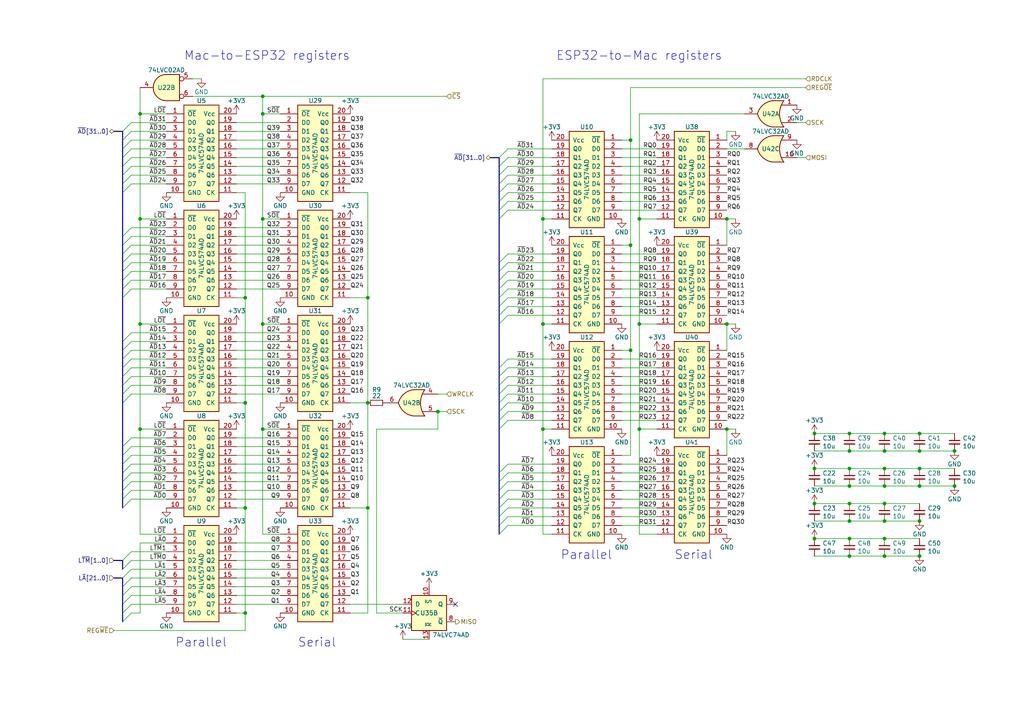
<source format=kicad_sch>
(kicad_sch (version 20211123) (generator eeschema)
  (paper "A4")
  (title_block (title "NuBus-ESP32") (date "2021-11-18") (rev "0.1") (company "Garrett's Workshop"))
  (junction (at 40.64 93.98))
  (junction (at 256.54 151.13))
  (junction (at 76.2 124.46))
  (junction (at 236.22 156.21))
  (junction (at 71.12 116.84))
  (junction (at 157.48 124.46))
  (junction (at 40.64 124.46))
  (junction (at 236.22 146.05))
  (junction (at 246.38 135.89))
  (junction (at 256.54 156.21))
  (junction (at 76.2 27.94))
  (junction (at 236.22 125.73))
  (junction (at 246.38 125.73))
  (junction (at 76.2 33.02))
  (junction (at 76.2 93.98))
  (junction (at 157.48 93.98))
  (junction (at 266.7 161.29))
  (junction (at 246.38 156.21))
  (junction (at 266.7 135.89))
  (junction (at 256.54 146.05))
  (junction (at 266.7 130.81))
  (junction (at 266.7 151.13))
  (junction (at 106.68 147.32))
  (junction (at 71.12 177.8))
  (junction (at 185.42 63.5))
  (junction (at 40.64 63.5))
  (junction (at 256.54 135.89))
  (junction (at 246.38 151.13))
  (junction (at 182.88 101.6))
  (junction (at 210.82 63.5))
  (junction (at 256.54 130.81))
  (junction (at 236.22 135.89))
  (junction (at 266.7 140.97))
  (junction (at 246.38 161.29))
  (junction (at 185.42 124.46))
  (junction (at 157.48 63.5))
  (junction (at 127 119.38))
  (junction (at 276.86 140.97))
  (junction (at 246.38 146.05))
  (junction (at 246.38 140.97))
  (junction (at 106.68 116.84))
  (junction (at 71.12 86.36))
  (junction (at 71.12 147.32))
  (junction (at 182.88 40.64))
  (junction (at 40.64 33.02))
  (junction (at 266.7 125.73))
  (junction (at 76.2 63.5))
  (junction (at 256.54 140.97))
  (junction (at 210.82 93.98))
  (junction (at 182.88 71.12))
  (junction (at 185.42 93.98))
  (junction (at 106.68 86.36))
  (junction (at 246.38 130.81))
  (junction (at 210.82 124.46))
  (junction (at 256.54 125.73))
  (junction (at 276.86 130.81))
  (junction (at 256.54 161.29))
  (no_connect (at 132.08 175.26))
  (bus_entry (at 35.56 137.16) (size 2.54 -2.54))
  (bus_entry (at 35.56 50.8) (size 2.54 -2.54))
  (bus_entry (at 144.78 91.44) (size 2.54 -2.54))
  (bus_entry (at 144.78 154.94) (size 2.54 -2.54))
  (bus_entry (at 35.56 68.58) (size 2.54 -2.54))
  (bus_entry (at 144.78 48.26) (size 2.54 -2.54))
  (bus_entry (at 35.56 78.74) (size 2.54 -2.54))
  (bus_entry (at 35.56 43.18) (size 2.54 -2.54))
  (bus_entry (at 35.56 38.1) (size 2.54 -2.54))
  (bus_entry (at 35.56 139.7) (size 2.54 -2.54))
  (bus_entry (at 35.56 162.56) (size 2.54 -2.54))
  (bus_entry (at 35.56 147.32) (size 2.54 -2.54))
  (bus_entry (at 35.56 132.08) (size 2.54 -2.54))
  (bus_entry (at 35.56 99.06) (size 2.54 -2.54))
  (bus_entry (at 35.56 165.1) (size 2.54 -2.54))
  (bus_entry (at 35.56 40.64) (size 2.54 -2.54))
  (bus_entry (at 144.78 55.88) (size 2.54 -2.54))
  (bus_entry (at 144.78 78.74) (size 2.54 -2.54))
  (bus_entry (at 144.78 50.8) (size 2.54 -2.54))
  (bus_entry (at 144.78 53.34) (size 2.54 -2.54))
  (bus_entry (at 144.78 111.76) (size 2.54 -2.54))
  (bus_entry (at 35.56 55.88) (size 2.54 -2.54))
  (bus_entry (at 144.78 58.42) (size 2.54 -2.54))
  (bus_entry (at 35.56 177.8) (size 2.54 -2.54))
  (bus_entry (at 35.56 109.22) (size 2.54 -2.54))
  (bus_entry (at 35.56 53.34) (size 2.54 -2.54))
  (bus_entry (at 35.56 86.36) (size 2.54 -2.54))
  (bus_entry (at 144.78 81.28) (size 2.54 -2.54))
  (bus_entry (at 35.56 172.72) (size 2.54 -2.54))
  (bus_entry (at 35.56 111.76) (size 2.54 -2.54))
  (bus_entry (at 144.78 147.32) (size 2.54 -2.54))
  (bus_entry (at 144.78 114.3) (size 2.54 -2.54))
  (bus_entry (at 35.56 71.12) (size 2.54 -2.54))
  (bus_entry (at 35.56 129.54) (size 2.54 -2.54))
  (bus_entry (at 35.56 116.84) (size 2.54 -2.54))
  (bus_entry (at 144.78 88.9) (size 2.54 -2.54))
  (bus_entry (at 35.56 48.26) (size 2.54 -2.54))
  (bus_entry (at 35.56 45.72) (size 2.54 -2.54))
  (bus_entry (at 35.56 170.18) (size 2.54 -2.54))
  (bus_entry (at 35.56 142.24) (size 2.54 -2.54))
  (bus_entry (at 144.78 76.2) (size 2.54 -2.54))
  (bus_entry (at 35.56 144.78) (size 2.54 -2.54))
  (bus_entry (at 144.78 45.72) (size 2.54 -2.54))
  (bus_entry (at 35.56 114.3) (size 2.54 -2.54))
  (bus_entry (at 144.78 149.86) (size 2.54 -2.54))
  (bus_entry (at 144.78 106.68) (size 2.54 -2.54))
  (bus_entry (at 144.78 116.84) (size 2.54 -2.54))
  (bus_entry (at 144.78 83.82) (size 2.54 -2.54))
  (bus_entry (at 35.56 73.66) (size 2.54 -2.54))
  (bus_entry (at 144.78 109.22) (size 2.54 -2.54))
  (bus_entry (at 144.78 119.38) (size 2.54 -2.54))
  (bus_entry (at 144.78 142.24) (size 2.54 -2.54))
  (bus_entry (at 144.78 144.78) (size 2.54 -2.54))
  (bus_entry (at 35.56 76.2) (size 2.54 -2.54))
  (bus_entry (at 144.78 137.16) (size 2.54 -2.54))
  (bus_entry (at 144.78 139.7) (size 2.54 -2.54))
  (bus_entry (at 35.56 180.34) (size 2.54 -2.54))
  (bus_entry (at 35.56 175.26) (size 2.54 -2.54))
  (bus_entry (at 35.56 106.68) (size 2.54 -2.54))
  (bus_entry (at 35.56 104.14) (size 2.54 -2.54))
  (bus_entry (at 144.78 60.96) (size 2.54 -2.54))
  (bus_entry (at 35.56 101.6) (size 2.54 -2.54))
  (bus_entry (at 144.78 152.4) (size 2.54 -2.54))
  (bus_entry (at 144.78 124.46) (size 2.54 -2.54))
  (bus_entry (at 35.56 167.64) (size 2.54 -2.54))
  (bus_entry (at 35.56 81.28) (size 2.54 -2.54))
  (bus_entry (at 144.78 86.36) (size 2.54 -2.54))
  (bus_entry (at 144.78 63.5) (size 2.54 -2.54))
  (bus_entry (at 144.78 121.92) (size 2.54 -2.54))
  (bus_entry (at 144.78 93.98) (size 2.54 -2.54))
  (bus_entry (at 35.56 83.82) (size 2.54 -2.54))
  (bus_entry (at 35.56 134.62) (size 2.54 -2.54))
  (wire (pts (xy 190.5 142.24) (xy 180.34 142.24)))
  (wire (pts (xy 190.5 88.9) (xy 180.34 88.9)))
  (wire (pts (xy 157.48 124.46) (xy 160.02 124.46)))
  (wire (pts (xy 190.5 78.74) (xy 180.34 78.74)))
  (wire (pts (xy 157.48 124.46) (xy 157.48 154.94)))
  (wire (pts (xy 38.1 111.76) (xy 48.26 111.76)))
  (bus (pts (xy 33.02 162.56) (xy 35.56 162.56)))
  (wire (pts (xy 68.58 66.04) (xy 81.28 66.04)))
  (wire (pts (xy 236.22 156.21) (xy 246.38 156.21)))
  (bus (pts (xy 35.56 142.24) (xy 35.56 144.78)))
  (wire (pts (xy 58.42 22.86) (xy 55.88 22.86)))
  (wire (pts (xy 33.02 182.88) (xy 71.12 182.88)))
  (wire (pts (xy 210.82 63.5) (xy 210.82 71.12)))
  (bus (pts (xy 35.56 116.84) (xy 35.56 129.54)))
  (wire (pts (xy 266.7 130.81) (xy 276.86 130.81)))
  (wire (pts (xy 40.64 63.5) (xy 48.26 63.5)))
  (bus (pts (xy 35.56 50.8) (xy 35.56 53.34)))
  (bus (pts (xy 35.56 43.18) (xy 35.56 45.72)))
  (wire (pts (xy 38.1 142.24) (xy 48.26 142.24)))
  (wire (pts (xy 40.64 157.48) (xy 40.64 177.8)))
  (wire (pts (xy 81.28 99.06) (xy 68.58 99.06)))
  (wire (pts (xy 38.1 73.66) (xy 48.26 73.66)))
  (bus (pts (xy 35.56 101.6) (xy 35.56 104.14)))
  (wire (pts (xy 147.32 53.34) (xy 160.02 53.34)))
  (wire (pts (xy 246.38 161.29) (xy 236.22 161.29)))
  (wire (pts (xy 185.42 93.98) (xy 190.5 93.98)))
  (wire (pts (xy 38.1 104.14) (xy 48.26 104.14)))
  (wire (pts (xy 147.32 149.86) (xy 160.02 149.86)))
  (wire (pts (xy 71.12 147.32) (xy 68.58 147.32)))
  (wire (pts (xy 71.12 86.36) (xy 71.12 116.84)))
  (bus (pts (xy 144.78 81.28) (xy 144.78 83.82)))
  (wire (pts (xy 190.5 104.14) (xy 180.34 104.14)))
  (bus (pts (xy 144.78 114.3) (xy 144.78 116.84)))
  (bus (pts (xy 144.78 50.8) (xy 144.78 53.34)))
  (wire (pts (xy 48.26 93.98) (xy 40.64 93.98)))
  (wire (pts (xy 101.6 175.26) (xy 116.84 175.26)))
  (wire (pts (xy 48.26 45.72) (xy 38.1 45.72)))
  (wire (pts (xy 68.58 172.72) (xy 81.28 172.72)))
  (bus (pts (xy 144.78 106.68) (xy 144.78 109.22)))
  (wire (pts (xy 48.26 154.94) (xy 40.64 154.94)))
  (bus (pts (xy 144.78 48.26) (xy 144.78 50.8)))
  (bus (pts (xy 144.78 152.4) (xy 144.78 154.94)))
  (bus (pts (xy 144.78 139.7) (xy 144.78 142.24)))
  (bus (pts (xy 35.56 134.62) (xy 35.56 137.16)))
  (wire (pts (xy 71.12 147.32) (xy 71.12 116.84)))
  (bus (pts (xy 35.56 172.72) (xy 35.56 175.26)))
  (wire (pts (xy 246.38 125.73) (xy 236.22 125.73)))
  (wire (pts (xy 147.32 139.7) (xy 160.02 139.7)))
  (wire (pts (xy 157.48 22.86) (xy 233.68 22.86)))
  (wire (pts (xy 68.58 157.48) (xy 81.28 157.48)))
  (bus (pts (xy 35.56 132.08) (xy 35.56 134.62)))
  (wire (pts (xy 147.32 109.22) (xy 160.02 109.22)))
  (bus (pts (xy 144.78 86.36) (xy 144.78 88.9)))
  (wire (pts (xy 147.32 152.4) (xy 160.02 152.4)))
  (wire (pts (xy 213.36 38.1) (xy 210.82 38.1)))
  (bus (pts (xy 35.56 129.54) (xy 35.56 132.08)))
  (bus (pts (xy 35.56 167.64) (xy 35.56 170.18)))
  (wire (pts (xy 40.64 93.98) (xy 40.64 63.5)))
  (bus (pts (xy 144.78 93.98) (xy 144.78 106.68)))
  (wire (pts (xy 129.54 27.94) (xy 76.2 27.94)))
  (bus (pts (xy 35.56 114.3) (xy 35.56 116.84)))
  (wire (pts (xy 256.54 140.97) (xy 266.7 140.97)))
  (wire (pts (xy 147.32 83.82) (xy 160.02 83.82)))
  (wire (pts (xy 71.12 177.8) (xy 68.58 177.8)))
  (bus (pts (xy 144.78 147.32) (xy 144.78 149.86)))
  (wire (pts (xy 81.28 106.68) (xy 68.58 106.68)))
  (wire (pts (xy 68.58 96.52) (xy 81.28 96.52)))
  (wire (pts (xy 256.54 146.05) (xy 266.7 146.05)))
  (bus (pts (xy 144.78 121.92) (xy 144.78 124.46)))
  (bus (pts (xy 144.78 63.5) (xy 144.78 76.2)))
  (wire (pts (xy 81.28 45.72) (xy 68.58 45.72)))
  (wire (pts (xy 40.64 177.8) (xy 38.1 177.8)))
  (wire (pts (xy 71.12 55.88) (xy 71.12 86.36)))
  (wire (pts (xy 182.88 71.12) (xy 182.88 40.64)))
  (wire (pts (xy 55.88 27.94) (xy 76.2 27.94)))
  (wire (pts (xy 68.58 35.56) (xy 81.28 35.56)))
  (wire (pts (xy 38.1 172.72) (xy 48.26 172.72)))
  (wire (pts (xy 68.58 170.18) (xy 81.28 170.18)))
  (wire (pts (xy 68.58 50.8) (xy 81.28 50.8)))
  (wire (pts (xy 190.5 149.86) (xy 180.34 149.86)))
  (wire (pts (xy 81.28 38.1) (xy 68.58 38.1)))
  (wire (pts (xy 68.58 71.12) (xy 81.28 71.12)))
  (wire (pts (xy 147.32 121.92) (xy 160.02 121.92)))
  (bus (pts (xy 144.78 53.34) (xy 144.78 55.88)))
  (wire (pts (xy 48.26 48.26) (xy 38.1 48.26)))
  (wire (pts (xy 68.58 134.62) (xy 81.28 134.62)))
  (wire (pts (xy 68.58 73.66) (xy 81.28 73.66)))
  (bus (pts (xy 35.56 83.82) (xy 35.56 86.36)))
  (wire (pts (xy 38.1 137.16) (xy 48.26 137.16)))
  (wire (pts (xy 48.26 53.34) (xy 38.1 53.34)))
  (wire (pts (xy 106.68 116.84) (xy 106.68 147.32)))
  (wire (pts (xy 185.42 124.46) (xy 190.5 124.46)))
  (wire (pts (xy 215.9 43.18) (xy 210.82 43.18)))
  (bus (pts (xy 144.78 55.88) (xy 144.78 58.42)))
  (wire (pts (xy 185.42 124.46) (xy 185.42 154.94)))
  (wire (pts (xy 68.58 127) (xy 81.28 127)))
  (wire (pts (xy 71.12 182.88) (xy 71.12 177.8)))
  (wire (pts (xy 68.58 139.7) (xy 81.28 139.7)))
  (wire (pts (xy 38.1 162.56) (xy 48.26 162.56)))
  (wire (pts (xy 276.86 135.89) (xy 266.7 135.89)))
  (wire (pts (xy 38.1 175.26) (xy 48.26 175.26)))
  (wire (pts (xy 190.5 116.84) (xy 180.34 116.84)))
  (bus (pts (xy 144.78 88.9) (xy 144.78 91.44)))
  (wire (pts (xy 147.32 104.14) (xy 160.02 104.14)))
  (wire (pts (xy 160.02 63.5) (xy 157.48 63.5)))
  (wire (pts (xy 109.22 124.46) (xy 127 124.46)))
  (wire (pts (xy 68.58 55.88) (xy 71.12 55.88)))
  (wire (pts (xy 68.58 104.14) (xy 81.28 104.14)))
  (wire (pts (xy 190.5 63.5) (xy 185.42 63.5)))
  (wire (pts (xy 76.2 63.5) (xy 81.28 63.5)))
  (bus (pts (xy 144.78 144.78) (xy 144.78 147.32)))
  (wire (pts (xy 147.32 137.16) (xy 160.02 137.16)))
  (wire (pts (xy 190.5 48.26) (xy 180.34 48.26)))
  (wire (pts (xy 236.22 130.81) (xy 246.38 130.81)))
  (wire (pts (xy 38.1 129.54) (xy 48.26 129.54)))
  (wire (pts (xy 68.58 175.26) (xy 81.28 175.26)))
  (bus (pts (xy 144.78 111.76) (xy 144.78 114.3)))
  (wire (pts (xy 38.1 139.7) (xy 48.26 139.7)))
  (wire (pts (xy 190.5 144.78) (xy 180.34 144.78)))
  (wire (pts (xy 106.68 86.36) (xy 106.68 55.88)))
  (wire (pts (xy 190.5 119.38) (xy 180.34 119.38)))
  (bus (pts (xy 35.56 139.7) (xy 35.56 142.24)))
  (wire (pts (xy 147.32 73.66) (xy 160.02 73.66)))
  (bus (pts (xy 35.56 175.26) (xy 35.56 177.8)))
  (wire (pts (xy 157.48 63.5) (xy 157.48 93.98)))
  (wire (pts (xy 38.1 78.74) (xy 48.26 78.74)))
  (wire (pts (xy 256.54 130.81) (xy 266.7 130.81)))
  (wire (pts (xy 71.12 116.84) (xy 68.58 116.84)))
  (wire (pts (xy 190.5 152.4) (xy 180.34 152.4)))
  (wire (pts (xy 68.58 43.18) (xy 81.28 43.18)))
  (wire (pts (xy 109.22 177.8) (xy 116.84 177.8)))
  (wire (pts (xy 190.5 111.76) (xy 180.34 111.76)))
  (wire (pts (xy 68.58 53.34) (xy 81.28 53.34)))
  (wire (pts (xy 68.58 40.64) (xy 81.28 40.64)))
  (wire (pts (xy 40.64 157.48) (xy 48.26 157.48)))
  (wire (pts (xy 48.26 68.58) (xy 38.1 68.58)))
  (bus (pts (xy 144.78 91.44) (xy 144.78 93.98)))
  (wire (pts (xy 147.32 50.8) (xy 160.02 50.8)))
  (bus (pts (xy 35.56 71.12) (xy 35.56 73.66)))
  (wire (pts (xy 190.5 106.68) (xy 180.34 106.68)))
  (wire (pts (xy 147.32 60.96) (xy 160.02 60.96)))
  (wire (pts (xy 182.88 71.12) (xy 180.34 71.12)))
  (wire (pts (xy 106.68 147.32) (xy 106.68 177.8)))
  (wire (pts (xy 182.88 101.6) (xy 182.88 71.12)))
  (wire (pts (xy 147.32 114.3) (xy 160.02 114.3)))
  (wire (pts (xy 266.7 135.89) (xy 256.54 135.89)))
  (bus (pts (xy 35.56 144.78) (xy 35.56 147.32)))
  (wire (pts (xy 185.42 154.94) (xy 190.5 154.94)))
  (wire (pts (xy 190.5 55.88) (xy 180.34 55.88)))
  (wire (pts (xy 246.38 130.81) (xy 256.54 130.81)))
  (wire (pts (xy 68.58 144.78) (xy 81.28 144.78)))
  (wire (pts (xy 236.22 140.97) (xy 246.38 140.97)))
  (wire (pts (xy 129.54 119.38) (xy 127 119.38)))
  (bus (pts (xy 35.56 55.88) (xy 35.56 68.58)))
  (wire (pts (xy 185.42 93.98) (xy 185.42 124.46)))
  (bus (pts (xy 35.56 78.74) (xy 35.56 81.28)))
  (wire (pts (xy 190.5 43.18) (xy 180.34 43.18)))
  (wire (pts (xy 71.12 86.36) (xy 68.58 86.36)))
  (wire (pts (xy 147.32 88.9) (xy 160.02 88.9)))
  (wire (pts (xy 40.64 124.46) (xy 40.64 154.94)))
  (bus (pts (xy 33.02 167.64) (xy 35.56 167.64)))
  (wire (pts (xy 48.26 66.04) (xy 38.1 66.04)))
  (wire (pts (xy 266.7 140.97) (xy 276.86 140.97)))
  (wire (pts (xy 210.82 93.98) (xy 210.82 101.6)))
  (wire (pts (xy 213.36 124.46) (xy 210.82 124.46)))
  (wire (pts (xy 38.1 71.12) (xy 48.26 71.12)))
  (wire (pts (xy 190.5 73.66) (xy 180.34 73.66)))
  (wire (pts (xy 147.32 43.18) (xy 160.02 43.18)))
  (wire (pts (xy 101.6 55.88) (xy 106.68 55.88)))
  (wire (pts (xy 190.5 91.44) (xy 180.34 91.44)))
  (bus (pts (xy 35.56 76.2) (xy 35.56 78.74)))
  (wire (pts (xy 147.32 81.28) (xy 160.02 81.28)))
  (wire (pts (xy 38.1 106.68) (xy 48.26 106.68)))
  (bus (pts (xy 35.56 111.76) (xy 35.56 114.3)))
  (wire (pts (xy 190.5 45.72) (xy 180.34 45.72)))
  (wire (pts (xy 246.38 151.13) (xy 236.22 151.13)))
  (wire (pts (xy 48.26 43.18) (xy 38.1 43.18)))
  (wire (pts (xy 38.1 132.08) (xy 48.26 132.08)))
  (bus (pts (xy 35.56 45.72) (xy 35.56 48.26)))
  (wire (pts (xy 38.1 144.78) (xy 48.26 144.78)))
  (wire (pts (xy 48.26 124.46) (xy 40.64 124.46)))
  (bus (pts (xy 35.56 81.28) (xy 35.56 83.82)))
  (wire (pts (xy 68.58 109.22) (xy 81.28 109.22)))
  (wire (pts (xy 147.32 55.88) (xy 160.02 55.88)))
  (wire (pts (xy 68.58 111.76) (xy 81.28 111.76)))
  (wire (pts (xy 81.28 167.64) (xy 68.58 167.64)))
  (wire (pts (xy 147.32 116.84) (xy 160.02 116.84)))
  (wire (pts (xy 71.12 177.8) (xy 71.12 147.32)))
  (wire (pts (xy 185.42 33.02) (xy 215.9 33.02)))
  (wire (pts (xy 76.2 63.5) (xy 76.2 93.98)))
  (wire (pts (xy 190.5 147.32) (xy 180.34 147.32)))
  (wire (pts (xy 38.1 114.3) (xy 48.26 114.3)))
  (wire (pts (xy 68.58 83.82) (xy 81.28 83.82)))
  (wire (pts (xy 38.1 165.1) (xy 48.26 165.1)))
  (wire (pts (xy 81.28 137.16) (xy 68.58 137.16)))
  (wire (pts (xy 190.5 121.92) (xy 180.34 121.92)))
  (wire (pts (xy 127 124.46) (xy 127 119.38)))
  (wire (pts (xy 157.48 93.98) (xy 157.48 124.46)))
  (wire (pts (xy 246.38 146.05) (xy 256.54 146.05)))
  (wire (pts (xy 116.84 185.42) (xy 124.46 185.42)))
  (wire (pts (xy 190.5 137.16) (xy 180.34 137.16)))
  (bus (pts (xy 144.78 78.74) (xy 144.78 81.28)))
  (bus (pts (xy 144.78 109.22) (xy 144.78 111.76)))
  (wire (pts (xy 68.58 114.3) (xy 81.28 114.3)))
  (wire (pts (xy 256.54 125.73) (xy 246.38 125.73)))
  (wire (pts (xy 68.58 48.26) (xy 81.28 48.26)))
  (wire (pts (xy 147.32 91.44) (xy 160.02 91.44)))
  (wire (pts (xy 109.22 177.8) (xy 109.22 124.46)))
  (wire (pts (xy 68.58 165.1) (xy 81.28 165.1)))
  (wire (pts (xy 101.6 86.36) (xy 106.68 86.36)))
  (wire (pts (xy 147.32 144.78) (xy 160.02 144.78)))
  (wire (pts (xy 256.54 151.13) (xy 246.38 151.13)))
  (wire (pts (xy 76.2 63.5) (xy 76.2 33.02)))
  (wire (pts (xy 68.58 132.08) (xy 81.28 132.08)))
  (bus (pts (xy 35.56 53.34) (xy 35.56 55.88)))
  (wire (pts (xy 68.58 162.56) (xy 81.28 162.56)))
  (wire (pts (xy 101.6 147.32) (xy 106.68 147.32)))
  (wire (pts (xy 38.1 127) (xy 48.26 127)))
  (bus (pts (xy 35.56 170.18) (xy 35.56 172.72)))
  (wire (pts (xy 233.68 25.4) (xy 182.88 25.4)))
  (wire (pts (xy 106.68 177.8) (xy 101.6 177.8)))
  (wire (pts (xy 180.34 132.08) (xy 182.88 132.08)))
  (wire (pts (xy 246.38 135.89) (xy 236.22 135.89)))
  (wire (pts (xy 213.36 63.5) (xy 210.82 63.5)))
  (wire (pts (xy 68.58 101.6) (xy 81.28 101.6)))
  (wire (pts (xy 190.5 109.22) (xy 180.34 109.22)))
  (wire (pts (xy 81.28 68.58) (xy 68.58 68.58)))
  (wire (pts (xy 48.26 35.56) (xy 38.1 35.56)))
  (bus (pts (xy 144.78 58.42) (xy 144.78 60.96)))
  (bus (pts (xy 144.78 60.96) (xy 144.78 63.5)))
  (wire (pts (xy 81.28 160.02) (xy 68.58 160.02)))
  (wire (pts (xy 182.88 101.6) (xy 180.34 101.6)))
  (bus (pts (xy 35.56 162.56) (xy 35.56 165.1)))
  (wire (pts (xy 147.32 111.76) (xy 160.02 111.76)))
  (wire (pts (xy 48.26 50.8) (xy 38.1 50.8)))
  (wire (pts (xy 190.5 139.7) (xy 180.34 139.7)))
  (wire (pts (xy 38.1 81.28) (xy 48.26 81.28)))
  (wire (pts (xy 276.86 125.73) (xy 266.7 125.73)))
  (bus (pts (xy 144.78 142.24) (xy 144.78 144.78)))
  (wire (pts (xy 38.1 96.52) (xy 48.26 96.52)))
  (bus (pts (xy 35.56 73.66) (xy 35.56 76.2)))
  (wire (pts (xy 38.1 99.06) (xy 48.26 99.06)))
  (wire (pts (xy 185.42 63.5) (xy 185.42 93.98)))
  (bus (pts (xy 144.78 83.82) (xy 144.78 86.36)))
  (wire (pts (xy 190.5 83.82) (xy 180.34 83.82)))
  (wire (pts (xy 157.48 93.98) (xy 160.02 93.98)))
  (bus (pts (xy 144.78 137.16) (xy 144.78 139.7)))
  (wire (pts (xy 38.1 160.02) (xy 48.26 160.02)))
  (bus (pts (xy 144.78 119.38) (xy 144.78 121.92)))
  (wire (pts (xy 190.5 134.62) (xy 180.34 134.62)))
  (bus (pts (xy 35.56 137.16) (xy 35.56 139.7)))
  (wire (pts (xy 147.32 106.68) (xy 160.02 106.68)))
  (wire (pts (xy 266.7 125.73) (xy 256.54 125.73)))
  (wire (pts (xy 38.1 134.62) (xy 48.26 134.62)))
  (wire (pts (xy 190.5 50.8) (xy 180.34 50.8)))
  (bus (pts (xy 35.56 104.14) (xy 35.56 106.68)))
  (wire (pts (xy 147.32 142.24) (xy 160.02 142.24)))
  (wire (pts (xy 38.1 83.82) (xy 48.26 83.82)))
  (wire (pts (xy 233.68 35.56) (xy 231.14 35.56)))
  (wire (pts (xy 266.7 161.29) (xy 256.54 161.29)))
  (wire (pts (xy 68.58 81.28) (xy 81.28 81.28)))
  (wire (pts (xy 38.1 167.64) (xy 48.26 167.64)))
  (wire (pts (xy 48.26 170.18) (xy 38.1 170.18)))
  (wire (pts (xy 190.5 76.2) (xy 180.34 76.2)))
  (bus (pts (xy 144.78 116.84) (xy 144.78 119.38)))
  (wire (pts (xy 81.28 33.02) (xy 76.2 33.02)))
  (bus (pts (xy 144.78 76.2) (xy 144.78 78.74)))
  (wire (pts (xy 182.88 132.08) (xy 182.88 101.6)))
  (wire (pts (xy 147.32 78.74) (xy 160.02 78.74)))
  (wire (pts (xy 190.5 86.36) (xy 180.34 86.36)))
  (wire (pts (xy 246.38 156.21) (xy 256.54 156.21)))
  (wire (pts (xy 190.5 114.3) (xy 180.34 114.3)))
  (bus (pts (xy 35.56 109.22) (xy 35.56 111.76)))
  (wire (pts (xy 246.38 140.97) (xy 256.54 140.97)))
  (wire (pts (xy 182.88 25.4) (xy 182.88 40.64)))
  (wire (pts (xy 48.26 40.64) (xy 38.1 40.64)))
  (wire (pts (xy 81.28 76.2) (xy 68.58 76.2)))
  (wire (pts (xy 38.1 101.6) (xy 48.26 101.6)))
  (bus (pts (xy 35.56 40.64) (xy 35.56 43.18)))
  (wire (pts (xy 48.26 38.1) (xy 38.1 38.1)))
  (wire (pts (xy 68.58 142.24) (xy 81.28 142.24)))
  (wire (pts (xy 40.64 63.5) (xy 40.64 33.02)))
  (wire (pts (xy 40.64 33.02) (xy 48.26 33.02)))
  (bus (pts (xy 142.24 45.72) (xy 144.78 45.72)))
  (bus (pts (xy 35.56 38.1) (xy 35.56 40.64)))
  (wire (pts (xy 38.1 76.2) (xy 48.26 76.2)))
  (wire (pts (xy 68.58 78.74) (xy 81.28 78.74)))
  (wire (pts (xy 266.7 151.13) (xy 256.54 151.13)))
  (bus (pts (xy 35.56 99.06) (xy 35.56 101.6)))
  (wire (pts (xy 40.64 124.46) (xy 40.64 93.98)))
  (wire (pts (xy 147.32 86.36) (xy 160.02 86.36)))
  (wire (pts (xy 190.5 81.28) (xy 180.34 81.28)))
  (wire (pts (xy 185.42 63.5) (xy 185.42 33.02)))
  (wire (pts (xy 157.48 63.5) (xy 157.48 22.86)))
  (wire (pts (xy 38.1 109.22) (xy 48.26 109.22)))
  (wire (pts (xy 106.68 86.36) (xy 106.68 116.84)))
  (bus (pts (xy 144.78 124.46) (xy 144.78 137.16)))
  (bus (pts (xy 35.56 86.36) (xy 35.56 99.06)))
  (wire (pts (xy 256.54 135.89) (xy 246.38 135.89)))
  (wire (pts (xy 81.28 93.98) (xy 76.2 93.98)))
  (wire (pts (xy 76.2 93.98) (xy 76.2 124.46)))
  (wire (pts (xy 182.88 40.64) (xy 180.34 40.64)))
  (wire (pts (xy 190.5 53.34) (xy 180.34 53.34)))
  (bus (pts (xy 35.56 106.68) (xy 35.56 109.22)))
  (wire (pts (xy 81.28 154.94) (xy 76.2 154.94)))
  (bus (pts (xy 33.02 38.1) (xy 35.56 38.1)))
  (bus (pts (xy 144.78 149.86) (xy 144.78 152.4)))
  (wire (pts (xy 147.32 76.2) (xy 160.02 76.2)))
  (wire (pts (xy 190.5 58.42) (xy 180.34 58.42)))
  (wire (pts (xy 101.6 116.84) (xy 106.68 116.84)))
  (wire (pts (xy 157.48 154.94) (xy 160.02 154.94)))
  (wire (pts (xy 81.28 124.46) (xy 76.2 124.46)))
  (bus (pts (xy 35.56 68.58) (xy 35.56 71.12)))
  (wire (pts (xy 231.14 45.72) (xy 233.68 45.72)))
  (wire (pts (xy 147.32 48.26) (xy 160.02 48.26)))
  (bus (pts (xy 144.78 45.72) (xy 144.78 48.26)))
  (wire (pts (xy 190.5 60.96) (xy 180.34 60.96)))
  (wire (pts (xy 147.32 134.62) (xy 160.02 134.62)))
  (wire (pts (xy 256.54 161.29) (xy 246.38 161.29)))
  (wire (pts (xy 147.32 119.38) (xy 160.02 119.38)))
  (wire (pts (xy 147.32 147.32) (xy 160.02 147.32)))
  (wire (pts (xy 210.82 124.46) (xy 210.82 132.08)))
  (wire (pts (xy 147.32 58.42) (xy 160.02 58.42)))
  (wire (pts (xy 147.32 45.72) (xy 160.02 45.72)))
  (wire (pts (xy 236.22 146.05) (xy 246.38 146.05)))
  (wire (pts (xy 129.54 114.3) (xy 127 114.3)))
  (bus (pts (xy 35.56 177.8) (xy 35.56 180.34)))
  (wire (pts (xy 76.2 124.46) (xy 76.2 154.94)))
  (wire (pts (xy 210.82 38.1) (xy 210.82 40.64)))
  (wire (pts (xy 213.36 93.98) (xy 210.82 93.98)))
  (bus (pts (xy 35.56 48.26) (xy 35.56 50.8)))
  (wire (pts (xy 81.28 129.54) (xy 68.58 129.54)))
  (wire (pts (xy 76.2 27.94) (xy 76.2 33.02)))
  (wire (pts (xy 40.64 25.4) (xy 40.64 33.02)))
  (wire (pts (xy 256.54 156.21) (xy 266.7 156.21)))
  (text "Serial" (at 195.58 162.56 0) (effects (font (size 2.54 2.54)) (justify left bottom)))
  (text "Serial" (at 86.36 187.96 0) (effects (font (size 2.54 2.54)) (justify left bottom)))
  (text "Parallel" (at 162.56 162.56 0) (effects (font (size 2.54 2.54)) (justify left bottom)))
  (text "ESP32-to-Mac registers" (at 161.29 17.78 0) (effects (font (size 2.54 2.54)) (justify left bottom)))
  (text "Parallel" (at 50.8 187.96 0) (effects (font (size 2.54 2.54)) (justify left bottom)))
  (text "Mac-to-ESP32 registers" (at 53.34 17.78 0) (effects (font (size 2.54 2.54)) (justify left bottom)))
  (label "Q34" (at 81.28 50.8 180))
  (label "L~{TM}1" (at 48.26 160.02 180))
  (label "RQ2" (at 190.5 48.26 180))
  (label "RQ25" (at 190.5 137.16 180))
  (label "~{AD}19" (at 154.94 83.82 180))
  (label "RQ8" (at 190.5 73.66 180))
  (label "~{AD}28" (at 154.94 50.8 180))
  (label "~{AD}14" (at 154.94 106.68 180))
  (label "RQ11" (at 210.82 83.82 0))
  (label "Q36" (at 81.28 45.72 180))
  (label "~{AD}7" (at 154.94 134.62 180))
  (label "L~{A}0" (at 48.26 157.48 180))
  (label "Q29" (at 101.6 71.12 0))
  (label "~{AD}27" (at 48.26 45.72 180))
  (label "~{AD}26" (at 48.26 48.26 180))
  (label "Q14" (at 101.6 129.54 0))
  (label "SCK" (at 116.84 177.8 180))
  (label "~{AD}20" (at 154.94 81.28 180))
  (label "~{AD}0" (at 154.94 152.4 180))
  (label "L~{A}2" (at 48.26 167.64 180))
  (label "L~{A}3" (at 48.26 170.18 180))
  (label "RQ7" (at 190.5 60.96 180))
  (label "Q14" (at 81.28 132.08 180))
  (label "~{AD}22" (at 48.26 68.58 180))
  (label "~{AD}26" (at 154.94 55.88 180))
  (label "RQ16" (at 210.82 106.68 0))
  (label "RQ3" (at 210.82 53.34 0))
  (label "RQ27" (at 210.82 144.78 0))
  (label "~{AD}5" (at 48.26 132.08 180))
  (label "RQ0" (at 190.5 43.18 180))
  (label "RQ12" (at 190.5 83.82 180))
  (label "RQ17" (at 210.82 109.22 0))
  (label "~{AD}29" (at 48.26 40.64 180))
  (label "RQ27" (at 190.5 142.24 180))
  (label "RQ14" (at 210.82 91.44 0))
  (label "L~{OE}" (at 48.26 33.02 180))
  (label "~{AD}11" (at 48.26 106.68 180))
  (label "RQ26" (at 210.82 142.24 0))
  (label "RQ5" (at 210.82 58.42 0))
  (label "Q32" (at 81.28 66.04 180))
  (label "~{AD}10" (at 154.94 116.84 180))
  (label "Q22" (at 81.28 101.6 180))
  (label "S~{OE}" (at 81.28 154.94 180))
  (label "Q26" (at 101.6 78.74 0))
  (label "RQ23" (at 190.5 121.92 180))
  (label "RQ31" (at 190.5 152.4 180))
  (label "L~{A}4" (at 48.26 172.72 180))
  (label "RQ20" (at 210.82 116.84 0))
  (label "Q8" (at 101.6 144.78 0))
  (label "~{AD}17" (at 48.26 81.28 180))
  (label "RQ17" (at 190.5 106.68 180))
  (label "RQ4" (at 210.82 55.88 0))
  (label "Q7" (at 101.6 157.48 0))
  (label "~{AD}17" (at 154.94 88.9 180))
  (label "RQ28" (at 210.82 147.32 0))
  (label "~{AD}10" (at 48.26 109.22 180))
  (label "~{AD}13" (at 154.94 109.22 180))
  (label "RQ15" (at 210.82 104.14 0))
  (label "Q38" (at 81.28 40.64 180))
  (label "L~{TM}0" (at 48.26 162.56 180))
  (label "Q28" (at 81.28 76.2 180))
  (label "Q13" (at 101.6 132.08 0))
  (label "~{AD}11" (at 154.94 114.3 180))
  (label "RQ6" (at 210.82 60.96 0))
  (label "Q31" (at 81.28 68.58 180))
  (label "Q17" (at 101.6 111.76 0))
  (label "Q9" (at 81.28 144.78 180))
  (label "Q10" (at 101.6 139.7 0))
  (label "L~{A}1" (at 48.26 165.1 180))
  (label "~{AD}15" (at 154.94 104.14 180))
  (label "RQ9" (at 190.5 76.2 180))
  (label "RQ18" (at 190.5 109.22 180))
  (label "Q35" (at 81.28 48.26 180))
  (label "Q38" (at 101.6 38.1 0))
  (label "RQ20" (at 190.5 114.3 180))
  (label "RQ9" (at 210.82 78.74 0))
  (label "RQ13" (at 210.82 88.9 0))
  (label "RQ19" (at 190.5 111.76 180))
  (label "Q26" (at 81.28 81.28 180))
  (label "RQ7" (at 210.82 73.66 0))
  (label "Q15" (at 81.28 129.54 180))
  (label "~{AD}9" (at 154.94 119.38 180))
  (label "RQ15" (at 190.5 91.44 180))
  (label "RQ22" (at 210.82 121.92 0))
  (label "L~{A}5" (at 48.26 175.26 180))
  (label "RQ21" (at 190.5 116.84 180))
  (label "Q1" (at 101.6 172.72 0))
  (label "L~{OE}" (at 48.26 154.94 180))
  (label "RQ18" (at 210.82 111.76 0))
  (label "~{AD}4" (at 154.94 142.24 180))
  (label "Q2" (at 81.28 172.72 180))
  (label "Q29" (at 81.28 73.66 180))
  (label "RQ22" (at 190.5 119.38 180))
  (label "RQ14" (at 190.5 88.9 180))
  (label "~{AD}18" (at 48.26 78.74 180))
  (label "Q30" (at 101.6 68.58 0))
  (label "~{AD}31" (at 48.26 35.56 180))
  (label "~{AD}25" (at 154.94 58.42 180))
  (label "Q6" (at 101.6 160.02 0))
  (label "~{AD}3" (at 48.26 137.16 180))
  (label "RQ10" (at 210.82 81.28 0))
  (label "Q2" (at 101.6 170.18 0))
  (label "~{AD}23" (at 48.26 66.04 180))
  (label "Q18" (at 101.6 109.22 0))
  (label "L~{OE}" (at 48.26 124.46 180))
  (label "~{AD}21" (at 48.26 71.12 180))
  (label "Q3" (at 81.28 170.18 180))
  (label "Q39" (at 101.6 35.56 0))
  (label "Q3" (at 101.6 167.64 0))
  (label "Q6" (at 81.28 162.56 180))
  (label "Q9" (at 101.6 142.24 0))
  (label "Q12" (at 81.28 137.16 180))
  (label "~{AD}2" (at 154.94 147.32 180))
  (label "~{AD}9" (at 48.26 111.76 180))
  (label "RQ30" (at 210.82 152.4 0))
  (label "RQ30" (at 190.5 149.86 180))
  (label "RQ6" (at 190.5 58.42 180))
  (label "Q19" (at 81.28 109.22 180))
  (label "RQ28" (at 190.5 144.78 180))
  (label "RQ24" (at 190.5 134.62 180))
  (label "Q16" (at 101.6 114.3 0))
  (label "RQ10" (at 190.5 78.74 180))
  (label "~{AD}1" (at 154.94 149.86 180))
  (label "RQ23" (at 210.82 134.62 0))
  (label "Q10" (at 81.28 142.24 180))
  (label "~{AD}16" (at 48.26 83.82 180))
  (label "Q33" (at 81.28 53.34 180))
  (label "RQ26" (at 190.5 139.7 180))
  (label "RQ2" (at 210.82 50.8 0))
  (label "~{AD}6" (at 154.94 137.16 180))
  (label "Q5" (at 81.28 165.1 180))
  (label "~{AD}29" (at 154.94 48.26 180))
  (label "~{AD}21" (at 154.94 78.74 180))
  (label "RQ13" (at 190.5 86.36 180))
  (label "S~{OE}" (at 81.28 33.02 180))
  (label "Q19" (at 101.6 106.68 0))
  (label "~{AD}5" (at 154.94 139.7 180))
  (label "S~{OE}" (at 81.28 124.46 180))
  (label "Q36" (at 101.6 43.18 0))
  (label "~{AD}1" (at 48.26 142.24 180))
  (label "~{AD}30" (at 48.26 38.1 180))
  (label "Q27" (at 81.28 78.74 180))
  (label "RQ21" (at 210.82 119.38 0))
  (label "RQ8" (at 210.82 76.2 0))
  (label "RQ1" (at 190.5 45.72 180))
  (label "RQ16" (at 190.5 104.14 180))
  (label "~{AD}28" (at 48.26 43.18 180))
  (label "Q7" (at 81.28 160.02 180))
  (label "RQ29" (at 210.82 149.86 0))
  (label "Q17" (at 81.28 114.3 180))
  (label "~{AD}12" (at 154.94 111.76 180))
  (label "S~{OE}" (at 81.28 93.98 180))
  (label "~{AD}23" (at 154.94 73.66 180))
  (label "~{AD}14" (at 48.26 99.06 180))
  (label "Q15" (at 101.6 127 0))
  (label "Q25" (at 101.6 81.28 0))
  (label "Q35" (at 101.6 45.72 0))
  (label "Q37" (at 101.6 40.64 0))
  (label "Q13" (at 81.28 134.62 180))
  (label "Q1" (at 81.28 175.26 180))
  (label "Q30" (at 81.28 71.12 180))
  (label "~{AD}13" (at 48.26 101.6 180))
  (label "Q25" (at 81.28 83.82 180))
  (label "Q24" (at 101.6 83.82 0))
  (label "~{AD}30" (at 154.94 45.72 180))
  (label "~{AD}6" (at 48.26 129.54 180))
  (label "L~{OE}" (at 48.26 63.5 180))
  (label "Q8" (at 81.28 157.48 180))
  (label "S~{OE}" (at 81.28 63.5 180))
  (label "RQ1" (at 210.82 48.26 0))
  (label "RQ0" (at 210.82 45.72 0))
  (label "Q20" (at 81.28 106.68 180))
  (label "Q11" (at 81.28 139.7 180))
  (label "RQ3" (at 190.5 50.8 180))
  (label "Q22" (at 101.6 99.06 0))
  (label "Q4" (at 101.6 165.1 0))
  (label "RQ12" (at 210.82 86.36 0))
  (label "Q21" (at 101.6 101.6 0))
  (label "RQ24" (at 210.82 137.16 0))
  (label "Q21" (at 81.28 104.14 180))
  (label "Q33" (at 101.6 50.8 0))
  (label "L~{OE}" (at 48.26 93.98 180))
  (label "Q27" (at 101.6 76.2 0))
  (label "Q39" (at 81.28 38.1 180))
  (label "Q24" (at 81.28 96.52 180))
  (label "~{AD}0" (at 48.26 144.78 180))
  (label "RQ25" (at 210.82 139.7 0))
  (label "~{AD}15" (at 48.26 96.52 180))
  (label "~{AD}2" (at 48.26 139.7 180))
  (label "~{AD}18" (at 154.94 86.36 180))
  (label "~{AD}4" (at 48.26 134.62 180))
  (label "~{AD}22" (at 154.94 76.2 180))
  (label "RQ11" (at 190.5 81.28 180))
  (label "RQ5" (at 190.5 55.88 180))
  (label "Q37" (at 81.28 43.18 180))
  (label "~{AD}24" (at 154.94 60.96 180))
  (label "~{AD}12" (at 48.26 104.14 180))
  (label "RQ4" (at 190.5 53.34 180))
  (label "Q11" (at 101.6 137.16 0))
  (label "Q18" (at 81.28 111.76 180))
  (label "RQ19" (at 210.82 114.3 0))
  (label "Q34" (at 101.6 48.26 0))
  (label "~{AD}16" (at 154.94 91.44 180))
  (label "Q28" (at 101.6 73.66 0))
  (label "~{AD}31" (at 154.94 43.18 180))
  (label "~{AD}7" (at 48.26 127 180))
  (label "Q31" (at 101.6 66.04 0))
  (label "Q32" (at 101.6 53.34 0))
  (label "~{AD}25" (at 48.26 50.8 180))
  (label "RQ29" (at 190.5 147.32 180))
  (label "Q23" (at 101.6 96.52 0))
  (label "~{AD}19" (at 48.26 76.2 180))
  (label "~{AD}20" (at 48.26 73.66 180))
  (label "Q16" (at 81.28 127 180))
  (label "Q23" (at 81.28 99.06 180))
  (label "~{AD}8" (at 154.94 121.92 180))
  (label "Q20" (at 101.6 104.14 0))
  (label "Q5" (at 101.6 162.56 0))
  (label "~{AD}8" (at 48.26 114.3 180))
  (label "~{AD}24" (at 48.26 53.34 180))
  (label "Q12" (at 101.6 134.62 0))
  (label "~{AD}3" (at 154.94 144.78 180))
  (label "Q4" (at 81.28 167.64 180))
  (label "~{AD}27" (at 154.94 53.34 180))
  (hierarchical_label "REG~{OE}" (shape input) (at 233.68 25.4 0))
  (hierarchical_label "~{CS}" (shape input) (at 129.54 27.94 0))
  (hierarchical_label "MOSI" (shape input) (at 233.68 45.72 0))
  (hierarchical_label "SCK" (shape input) (at 233.68 35.56 0))
  (hierarchical_label "L~{TM}[1..0]" (shape input) (at 33.02 162.56 180))
  (hierarchical_label "SCK" (shape input) (at 129.54 119.38 0))
  (hierarchical_label "~{AD}[31..0]" (shape bidirectional) (at 33.02 38.1 180))
  (hierarchical_label "MISO" (shape output) (at 132.08 180.34 0))
  (hierarchical_label "REG~{WE}" (shape input) (at 33.02 182.88 180))
  (hierarchical_label "L~{A}[21..0]" (shape input) (at 33.02 167.64 180))
  (hierarchical_label "WRCLK" (shape input) (at 129.54 114.3 0))
  (hierarchical_label "~{AD}[31..0]" (shape bidirectional) (at 142.24 45.72 180))
  (hierarchical_label "RDCLK" (shape input) (at 233.68 22.86 0))
  (symbol (lib_id "GW_Logic:74574") (at 200.66 52.07 0) (mirror y) (unit 1)
    (property "Reference" "U38" (at 200.66 36.83 0))
    (property "Value" "74LVC574AD" (at 200.66 52.07 90))
    (property "Footprint" "stdpads:SOIC-20W_7.5mm" (effects hide))
    (property "LCSC Part" "C6097" (effects hide))
  )
  (symbol (lib_id "GW_Logic:74574") (at 200.66 82.55 0) (mirror y) (unit 1)
    (property "Reference" "U39" (at 200.66 67.31 0))
    (property "Value" "74LVC574AD" (at 200.66 82.55 90))
    (property "Footprint" "stdpads:SOIC-20W_7.5mm" (effects hide))
    (property "LCSC Part" "C6097" (effects hide))
  )
  (symbol (lib_id "GW_Logic:74574") (at 200.66 113.03 0) (mirror y) (unit 1)
    (property "Reference" "U40" (at 200.66 97.79 0))
    (property "Value" "74LVC574AD" (at 200.66 113.03 90))
    (property "Footprint" "stdpads:SOIC-20W_7.5mm" (effects hide))
    (property "LCSC Part" "C6097" (effects hide))
  )
  (symbol (lib_id "GW_Logic:74574") (at 200.66 143.51 0) (mirror y) (unit 1)
    (property "Reference" "U41" (at 200.66 128.27 0))
    (property "Value" "74LVC574AD" (at 200.66 143.51 90))
    (property "Footprint" "stdpads:SOIC-20W_7.5mm" (effects hide))
    (property "LCSC Part" "C6097" (effects hide))
  )
  (symbol (lib_id "GW_Logic:74574") (at 170.18 52.07 0) (mirror y) (unit 1)
    (property "Reference" "U10" (at 170.18 36.83 0))
    (property "Value" "74LVC574AD" (at 170.18 52.07 90))
    (property "Footprint" "stdpads:SOIC-20W_7.5mm" (effects hide))
    (property "LCSC Part" "C6097" (effects hide))
  )
  (symbol (lib_id "GW_Logic:74574") (at 170.18 82.55 0) (mirror y) (unit 1)
    (property "Reference" "U11" (at 170.18 67.31 0))
    (property "Value" "74LVC574AD" (at 170.18 82.55 90))
    (property "Footprint" "stdpads:SOIC-20W_7.5mm" (effects hide))
    (property "LCSC Part" "C6097" (effects hide))
  )
  (symbol (lib_id "GW_Logic:74574") (at 170.18 113.03 0) (mirror y) (unit 1)
    (property "Reference" "U12" (at 170.18 97.79 0))
    (property "Value" "74LVC574AD" (at 170.18 113.03 90))
    (property "Footprint" "stdpads:SOIC-20W_7.5mm" (effects hide))
    (property "LCSC Part" "C6097" (effects hide))
  )
  (symbol (lib_id "GW_Logic:74574") (at 170.18 143.51 0) (mirror y) (unit 1)
    (property "Reference" "U13" (at 170.18 128.27 0))
    (property "Value" "74LVC574AD" (at 170.18 143.51 90))
    (property "Footprint" "stdpads:SOIC-20W_7.5mm" (effects hide))
    (property "LCSC Part" "C6097" (effects hide))
  )
  (symbol (lib_id "power:+3V3") (at 236.22 146.05 0) (mirror y) (unit 1)
    (property "Reference" "#PWR0198" (effects hide))
    (property "Value" "+3V3" (at 236.22 142.24 0))
  )
  (symbol (lib_id "Device:C_Small") (at 236.22 148.59 0) (mirror y) (unit 1)
    (property "Reference" "C23" (at 238.5568 147.4216 0) (effects (justify right)))
    (property "Value" "10u" (at 238.5568 149.733 0) (effects (justify right)))
    (property "Footprint" "stdpads:C_0805" (effects hide))
    (property "LCSC Part" "C15850" (effects hide))
  )
  (symbol (lib_id "Device:C_Small") (at 256.54 148.59 0) (mirror y) (unit 1)
    (property "Reference" "C27" (at 258.8768 147.4216 0) (effects (justify right)))
    (property "Value" "10u" (at 258.8768 149.733 0) (effects (justify right)))
    (property "Footprint" "stdpads:C_0805" (effects hide))
    (property "LCSC Part" "C15850" (effects hide))
  )
  (symbol (lib_id "Device:C_Small") (at 246.38 148.59 0) (mirror y) (unit 1)
    (property "Reference" "C25" (at 248.7168 147.4216 0) (effects (justify right)))
    (property "Value" "10u" (at 248.7168 149.733 0) (effects (justify right)))
    (property "Footprint" "stdpads:C_0805" (effects hide))
    (property "LCSC Part" "C15850" (effects hide))
  )
  (symbol (lib_id "power:GND") (at 266.7 151.13 0) (unit 1)
    (property "Reference" "#PWR0199" (effects hide))
    (property "Value" "GND" (at 266.7 154.94 0))
  )
  (symbol (lib_id "Device:C_Small") (at 266.7 148.59 0) (mirror y) (unit 1)
    (property "Reference" "C29" (at 269.0368 147.4216 0) (effects (justify right)))
    (property "Value" "10u" (at 269.0368 149.733 0) (effects (justify right)))
    (property "Footprint" "stdpads:C_0805" (effects hide))
    (property "LCSC Part" "C15850" (effects hide))
  )
  (symbol (lib_id "Device:C_Small") (at 236.22 138.43 0) (mirror y) (unit 1)
    (property "Reference" "C22" (at 238.5568 137.2616 0) (effects (justify right)))
    (property "Value" "10u" (at 238.5568 139.573 0) (effects (justify right)))
    (property "Footprint" "stdpads:C_0805" (effects hide))
    (property "LCSC Part" "C15850" (effects hide))
  )
  (symbol (lib_id "Device:C_Small") (at 256.54 138.43 0) (mirror y) (unit 1)
    (property "Reference" "C26" (at 258.8768 137.2616 0) (effects (justify right)))
    (property "Value" "10u" (at 258.8768 139.573 0) (effects (justify right)))
    (property "Footprint" "stdpads:C_0805" (effects hide))
    (property "LCSC Part" "C15850" (effects hide))
  )
  (symbol (lib_id "Device:C_Small") (at 246.38 138.43 0) (mirror y) (unit 1)
    (property "Reference" "C24" (at 248.7168 137.2616 0) (effects (justify right)))
    (property "Value" "10u" (at 248.7168 139.573 0) (effects (justify right)))
    (property "Footprint" "stdpads:C_0805" (effects hide))
    (property "LCSC Part" "C15850" (effects hide))
  )
  (symbol (lib_id "power:GND") (at 276.86 140.97 0) (unit 1)
    (property "Reference" "#PWR0200" (effects hide))
    (property "Value" "GND" (at 276.86 144.78 0))
  )
  (symbol (lib_id "Device:C_Small") (at 266.7 138.43 0) (mirror y) (unit 1)
    (property "Reference" "C28" (at 269.0368 137.2616 0) (effects (justify right)))
    (property "Value" "10u" (at 269.0368 139.573 0) (effects (justify right)))
    (property "Footprint" "stdpads:C_0805" (effects hide))
    (property "LCSC Part" "C15850" (effects hide))
  )
  (symbol (lib_id "Device:C_Small") (at 276.86 138.43 0) (mirror y) (unit 1)
    (property "Reference" "C30" (at 279.1968 137.2616 0) (effects (justify right)))
    (property "Value" "10u" (at 279.1968 139.573 0) (effects (justify right)))
    (property "Footprint" "stdpads:C_0805" (effects hide))
    (property "LCSC Part" "C15850" (effects hide))
  )
  (symbol (lib_id "power:+3V3") (at 190.5 132.08 0) (unit 1)
    (property "Reference" "#PWR0156" (effects hide))
    (property "Value" "+3V3" (at 190.5 128.27 0))
  )
  (symbol (lib_id "power:+3V3") (at 190.5 101.6 0) (unit 1)
    (property "Reference" "#PWR0157" (effects hide))
    (property "Value" "+3V3" (at 190.5 97.79 0))
  )
  (symbol (lib_id "power:+3V3") (at 190.5 71.12 0) (unit 1)
    (property "Reference" "#PWR0158" (effects hide))
    (property "Value" "+3V3" (at 190.5 67.31 0))
  )
  (symbol (lib_id "power:+3V3") (at 190.5 40.64 0) (unit 1)
    (property "Reference" "#PWR0159" (effects hide))
    (property "Value" "+3V3" (at 190.5 36.83 0))
  )
  (symbol (lib_id "power:+3V3") (at 160.02 40.64 0) (unit 1)
    (property "Reference" "#PWR0165" (effects hide))
    (property "Value" "+3V3" (at 160.02 36.83 0))
  )
  (symbol (lib_id "power:+3V3") (at 160.02 71.12 0) (unit 1)
    (property "Reference" "#PWR0166" (effects hide))
    (property "Value" "+3V3" (at 160.02 67.31 0))
  )
  (symbol (lib_id "power:+3V3") (at 160.02 101.6 0) (unit 1)
    (property "Reference" "#PWR0167" (effects hide))
    (property "Value" "+3V3" (at 160.02 97.79 0))
  )
  (symbol (lib_id "power:+3V3") (at 160.02 132.08 0) (unit 1)
    (property "Reference" "#PWR0168" (effects hide))
    (property "Value" "+3V3" (at 160.02 128.27 0))
  )
  (symbol (lib_id "power:GND") (at 180.34 154.94 0) (mirror y) (unit 1)
    (property "Reference" "#PWR0176" (effects hide))
    (property "Value" "GND" (at 180.34 158.75 0))
  )
  (symbol (lib_id "power:GND") (at 180.34 124.46 0) (mirror y) (unit 1)
    (property "Reference" "#PWR0217" (effects hide))
    (property "Value" "GND" (at 180.34 128.27 0))
  )
  (symbol (lib_id "power:GND") (at 213.36 93.98 0) (mirror y) (unit 1)
    (property "Reference" "#PWR0218" (effects hide))
    (property "Value" "GND" (at 213.36 97.79 0))
  )
  (symbol (lib_id "power:GND") (at 180.34 93.98 0) (mirror y) (unit 1)
    (property "Reference" "#PWR0219" (effects hide))
    (property "Value" "GND" (at 180.34 97.79 0))
  )
  (symbol (lib_id "power:GND") (at 180.34 63.5 0) (mirror y) (unit 1)
    (property "Reference" "#PWR0220" (effects hide))
    (property "Value" "GND" (at 180.34 67.31 0))
  )
  (symbol (lib_id "power:GND") (at 213.36 124.46 0) (mirror y) (unit 1)
    (property "Reference" "#PWR0221" (effects hide))
    (property "Value" "GND" (at 213.36 128.27 0))
  )
  (symbol (lib_id "power:GND") (at 210.82 154.94 0) (mirror y) (unit 1)
    (property "Reference" "#PWR0222" (effects hide))
    (property "Value" "GND" (at 210.82 158.75 0))
  )
  (symbol (lib_id "power:GND") (at 213.36 63.5 0) (mirror y) (unit 1)
    (property "Reference" "#PWR0223" (effects hide))
    (property "Value" "GND" (at 213.36 67.31 0))
  )
  (symbol (lib_id "GW_Logic:74574") (at 58.42 44.45 0) (unit 1)
    (property "Reference" "U5" (at 58.42 29.21 0))
    (property "Value" "74LVC574AD" (at 58.42 44.45 90))
    (property "Footprint" "stdpads:SOIC-20W_7.5mm" (effects hide))
    (property "LCSC Part" "C6097" (effects hide))
  )
  (symbol (lib_id "GW_Logic:74574") (at 58.42 74.93 0) (unit 1)
    (property "Reference" "U6" (at 58.42 59.69 0))
    (property "Value" "74LVC574AD" (at 58.42 74.93 90))
    (property "Footprint" "stdpads:SOIC-20W_7.5mm" (effects hide))
    (property "LCSC Part" "C6097" (effects hide))
  )
  (symbol (lib_id "GW_Logic:74574") (at 58.42 105.41 0) (unit 1)
    (property "Reference" "U7" (at 58.42 90.17 0))
    (property "Value" "74LVC574AD" (at 58.42 105.41 90))
    (property "Footprint" "stdpads:SOIC-20W_7.5mm" (effects hide))
    (property "LCSC Part" "C6097" (effects hide))
  )
  (symbol (lib_id "GW_Logic:74574") (at 58.42 135.89 0) (unit 1)
    (property "Reference" "U8" (at 58.42 120.65 0))
    (property "Value" "74LVC574AD" (at 58.42 135.89 90))
    (property "Footprint" "stdpads:SOIC-20W_7.5mm" (effects hide))
    (property "LCSC Part" "C6097" (effects hide))
  )
  (symbol (lib_id "GW_Logic:74574") (at 58.42 166.37 0) (unit 1)
    (property "Reference" "U9" (at 58.42 151.13 0))
    (property "Value" "74LVC574AD" (at 58.42 166.37 90))
    (property "Footprint" "stdpads:SOIC-20W_7.5mm" (effects hide))
    (property "LCSC Part" "C6097" (effects hide))
  )
  (symbol (lib_id "GW_Logic:74574") (at 91.44 44.45 0) (unit 1)
    (property "Reference" "U29" (at 91.44 29.21 0))
    (property "Value" "74LVC574AD" (at 91.44 44.45 90))
    (property "Footprint" "stdpads:SOIC-20W_7.5mm" (effects hide))
    (property "LCSC Part" "C6097" (effects hide))
  )
  (symbol (lib_id "GW_Logic:74574") (at 91.44 74.93 0) (unit 1)
    (property "Reference" "U30" (at 91.44 59.69 0))
    (property "Value" "74LVC574AD" (at 91.44 74.93 90))
    (property "Footprint" "stdpads:SOIC-20W_7.5mm" (effects hide))
    (property "LCSC Part" "C6097" (effects hide))
  )
  (symbol (lib_id "GW_Logic:74574") (at 91.44 105.41 0) (unit 1)
    (property "Reference" "U31" (at 91.44 90.17 0))
    (property "Value" "74LVC574AD" (at 91.44 105.41 90))
    (property "Footprint" "stdpads:SOIC-20W_7.5mm" (effects hide))
    (property "LCSC Part" "C6097" (effects hide))
  )
  (symbol (lib_id "GW_Logic:74574") (at 91.44 135.89 0) (unit 1)
    (property "Reference" "U32" (at 91.44 120.65 0))
    (property "Value" "74LVC574AD" (at 91.44 135.89 90))
    (property "Footprint" "stdpads:SOIC-20W_7.5mm" (effects hide))
    (property "LCSC Part" "C6097" (effects hide))
  )
  (symbol (lib_id "GW_Logic:74574") (at 91.44 166.37 0) (unit 1)
    (property "Reference" "U33" (at 91.44 151.13 0))
    (property "Value" "74LVC574AD" (at 91.44 166.37 90))
    (property "Footprint" "stdpads:SOIC-20W_7.5mm" (effects hide))
    (property "LCSC Part" "C6097" (effects hide))
  )
  (symbol (lib_id "power:+3V3") (at 68.58 33.02 0) (unit 1)
    (property "Reference" "#PWR0116" (effects hide))
    (property "Value" "+3V3" (at 68.58 29.21 0))
  )
  (symbol (lib_id "power:+3V3") (at 101.6 33.02 0) (unit 1)
    (property "Reference" "#PWR0171" (effects hide))
    (property "Value" "+3V3" (at 101.6 29.21 0))
  )
  (symbol (lib_id "power:+3V3") (at 101.6 63.5 0) (unit 1)
    (property "Reference" "#PWR0169" (effects hide))
    (property "Value" "+3V3" (at 101.6 59.69 0))
  )
  (symbol (lib_id "power:+3V3") (at 101.6 93.98 0) (unit 1)
    (property "Reference" "#PWR0164" (effects hide))
    (property "Value" "+3V3" (at 101.6 90.17 0))
  )
  (symbol (lib_id "power:+3V3") (at 68.58 93.98 0) (unit 1)
    (property "Reference" "#PWR0143" (effects hide))
    (property "Value" "+3V3" (at 68.58 90.17 0))
  )
  (symbol (lib_id "power:+3V3") (at 68.58 124.46 0) (unit 1)
    (property "Reference" "#PWR0144" (effects hide))
    (property "Value" "+3V3" (at 68.58 120.65 0))
  )
  (symbol (lib_id "power:+3V3") (at 101.6 124.46 0) (unit 1)
    (property "Reference" "#PWR0163" (effects hide))
    (property "Value" "+3V3" (at 101.6 120.65 0))
  )
  (symbol (lib_id "power:+3V3") (at 101.6 154.94 0) (unit 1)
    (property "Reference" "#PWR0153" (effects hide))
    (property "Value" "+3V3" (at 101.6 151.13 0))
  )
  (symbol (lib_id "power:+3V3") (at 68.58 154.94 0) (unit 1)
    (property "Reference" "#PWR0152" (effects hide))
    (property "Value" "+3V3" (at 68.58 151.13 0))
  )
  (symbol (lib_id "power:+3V3") (at 68.58 63.5 0) (unit 1)
    (property "Reference" "#PWR0146" (effects hide))
    (property "Value" "+3V3" (at 68.58 59.69 0))
  )
  (symbol (lib_id "power:GND") (at 81.28 55.88 0) (unit 1)
    (property "Reference" "#PWR0162" (effects hide))
    (property "Value" "GND" (at 81.28 59.69 0))
  )
  (symbol (lib_id "power:GND") (at 48.26 55.88 0) (unit 1)
    (property "Reference" "#PWR0147" (effects hide))
    (property "Value" "GND" (at 48.26 59.69 0))
  )
  (symbol (lib_id "power:GND") (at 48.26 116.84 0) (unit 1)
    (property "Reference" "#PWR0148" (effects hide))
    (property "Value" "GND" (at 48.26 120.65 0))
  )
  (symbol (lib_id "power:GND") (at 48.26 86.36 0) (unit 1)
    (property "Reference" "#PWR0149" (effects hide))
    (property "Value" "GND" (at 48.26 90.17 0))
  )
  (symbol (lib_id "power:GND") (at 81.28 86.36 0) (unit 1)
    (property "Reference" "#PWR0161" (effects hide))
    (property "Value" "GND" (at 81.28 90.17 0))
  )
  (symbol (lib_id "power:GND") (at 81.28 116.84 0) (unit 1)
    (property "Reference" "#PWR0160" (effects hide))
    (property "Value" "GND" (at 81.28 120.65 0))
  )
  (symbol (lib_id "power:GND") (at 81.28 147.32 0) (unit 1)
    (property "Reference" "#PWR0155" (effects hide))
    (property "Value" "GND" (at 81.28 151.13 0))
  )
  (symbol (lib_id "power:GND") (at 48.26 147.32 0) (unit 1)
    (property "Reference" "#PWR0150" (effects hide))
    (property "Value" "GND" (at 48.26 151.13 0))
  )
  (symbol (lib_id "power:GND") (at 48.26 177.8 0) (unit 1)
    (property "Reference" "#PWR0151" (effects hide))
    (property "Value" "GND" (at 48.26 181.61 0))
  )
  (symbol (lib_id "power:GND") (at 81.28 177.8 0) (unit 1)
    (property "Reference" "#PWR0154" (effects hide))
    (property "Value" "GND" (at 81.28 181.61 0))
  )
  (symbol (lib_id "power:GND") (at 213.36 38.1 0) (mirror y) (unit 1)
    (property "Reference" "#PWR0224" (effects hide))
    (property "Value" "GND" (at 213.36 41.91 0))
  )
  (symbol (lib_id "power:+3V3") (at 236.22 156.21 0) (mirror y) (unit 1)
    (property "Reference" "#PWR0225" (effects hide))
    (property "Value" "+3V3" (at 236.22 152.4 0))
  )
  (symbol (lib_id "Device:C_Small") (at 236.22 158.75 0) (mirror y) (unit 1)
    (property "Reference" "C47" (at 238.5568 157.5816 0) (effects (justify right)))
    (property "Value" "10u" (at 238.5568 159.893 0) (effects (justify right)))
    (property "Footprint" "stdpads:C_0805" (effects hide))
    (property "LCSC Part" "C15850" (effects hide))
  )
  (symbol (lib_id "Device:C_Small") (at 256.54 158.75 0) (mirror y) (unit 1)
    (property "Reference" "C49" (at 258.8768 157.5816 0) (effects (justify right)))
    (property "Value" "10u" (at 258.8768 159.893 0) (effects (justify right)))
    (property "Footprint" "stdpads:C_0805" (effects hide))
    (property "LCSC Part" "C15850" (effects hide))
  )
  (symbol (lib_id "Device:C_Small") (at 246.38 158.75 0) (mirror y) (unit 1)
    (property "Reference" "C48" (at 248.7168 157.5816 0) (effects (justify right)))
    (property "Value" "10u" (at 248.7168 159.893 0) (effects (justify right)))
    (property "Footprint" "stdpads:C_0805" (effects hide))
    (property "LCSC Part" "C15850" (effects hide))
  )
  (symbol (lib_id "power:GND") (at 266.7 161.29 0) (unit 1)
    (property "Reference" "#PWR0226" (effects hide))
    (property "Value" "GND" (at 266.7 165.1 0))
  )
  (symbol (lib_id "Device:C_Small") (at 266.7 158.75 0) (mirror y) (unit 1)
    (property "Reference" "C50" (at 269.0368 157.5816 0) (effects (justify right)))
    (property "Value" "10u" (at 269.0368 159.893 0) (effects (justify right)))
    (property "Footprint" "stdpads:C_0805" (effects hide))
    (property "LCSC Part" "C15850" (effects hide))
  )
  (symbol (lib_id "74xx:74LS74") (at 124.46 177.8 0) (unit 2)
    (property "Reference" "U35" (at 124.46 177.8 0))
    (property "Value" "74LVC74AD" (at 130.81 184.15 0))
    (property "Footprint" "stdpads:SOIC-14_3.9mm" (effects hide))
    (property "Datasheet" "74xx/74hc_hct74.pdf" (effects hide))
    (property "LCSC Part" "C7864" (effects hide))
  )
  (symbol (lib_id "power:+3V3") (at 124.46 170.18 0) (unit 1)
    (property "Reference" "#PWR0227" (effects hide))
    (property "Value" "+3V3" (at 124.46 166.37 0))
  )
  (symbol (lib_id "power:+3V3") (at 116.84 185.42 0) (unit 1)
    (property "Reference" "#PWR0228" (effects hide))
    (property "Value" "+3V3" (at 116.84 181.61 0))
  )
  (symbol (lib_id "74xx:74LS32") (at 119.38 116.84 0) (mirror y) (unit 2)
    (property "Reference" "U42" (at 119.38 116.84 0))
    (property "Value" "74LVC32AD" (at 119.38 111.76 0))
    (property "Footprint" "stdpads:SOIC-14_3.9mm" (effects hide))
    (property "Datasheet" "http://www.ti.com/lit/gpn/sn74LS32" (effects hide))
    (property "LCSC Part" "C7852" (effects hide))
  )
  (symbol (lib_id "74xx:74LS32") (at 223.52 33.02 0) (mirror y) (unit 1)
    (property "Reference" "U42" (at 223.52 33.02 0))
    (property "Value" "74LVC32AD" (at 223.52 27.94 0))
    (property "Footprint" "stdpads:SOIC-14_3.9mm" (effects hide))
    (property "Datasheet" "http://www.ti.com/lit/gpn/sn74LS32" (effects hide))
    (property "LCSC Part" "C7852" (effects hide))
  )
  (symbol (lib_id "power:GND") (at 231.14 40.64 0) (unit 1)
    (property "Reference" "#PWR0230" (effects hide))
    (property "Value" "GND" (at 231.14 44.45 0))
  )
  (symbol (lib_id "power:GND") (at 231.14 30.48 0) (unit 1)
    (property "Reference" "#PWR0229" (effects hide))
    (property "Value" "GND" (at 231.14 34.29 0))
  )
  (symbol (lib_id "74xx:74LS32") (at 223.52 43.18 0) (mirror y) (unit 3)
    (property "Reference" "U42" (at 223.52 43.18 0))
    (property "Value" "74LVC32AD" (at 223.52 38.1 0))
    (property "Footprint" "stdpads:SOIC-14_3.9mm" (effects hide))
    (property "Datasheet" "http://www.ti.com/lit/gpn/sn74LS32" (effects hide))
    (property "LCSC Part" "C7852" (effects hide))
  )
  (symbol (lib_id "Device:R_Small") (at 109.22 116.84 90) (mirror x) (unit 1)
    (property "Reference" "R9" (at 109.22 113.03 90))
    (property "Value" "22" (at 109.22 115.57 90) (effects (justify bottom)))
    (property "Footprint" "stdpads:R_0805" (effects hide))
    (property "LCSC Part" "C17561" (effects hide))
  )
  (symbol (lib_id "Device:C_Small") (at 256.54 128.27 0) (mirror y) (unit 1)
    (property "Reference" "C40" (at 258.8768 127.1016 0) (effects (justify right)))
    (property "Value" "10u" (at 258.8768 129.413 0) (effects (justify right)))
    (property "Footprint" "stdpads:C_0805" (effects hide))
    (property "LCSC Part" "C15850" (effects hide))
  )
  (symbol (lib_id "Device:C_Small") (at 246.38 128.27 0) (mirror y) (unit 1)
    (property "Reference" "C39" (at 248.7168 127.1016 0) (effects (justify right)))
    (property "Value" "10u" (at 248.7168 129.413 0) (effects (justify right)))
    (property "Footprint" "stdpads:C_0805" (effects hide))
    (property "LCSC Part" "C15850" (effects hide))
  )
  (symbol (lib_id "power:GND") (at 276.86 130.81 0) (unit 1)
    (property "Reference" "#PWR0186" (effects hide))
    (property "Value" "GND" (at 276.86 134.62 0))
  )
  (symbol (lib_id "Device:C_Small") (at 266.7 128.27 0) (mirror y) (unit 1)
    (property "Reference" "C41" (at 269.0368 127.1016 0) (effects (justify right)))
    (property "Value" "10u" (at 269.0368 129.413 0) (effects (justify right)))
    (property "Footprint" "stdpads:C_0805" (effects hide))
    (property "LCSC Part" "C15850" (effects hide))
  )
  (symbol (lib_id "Device:C_Small") (at 276.86 128.27 0) (mirror y) (unit 1)
    (property "Reference" "C42" (at 279.1968 127.1016 0) (effects (justify right)))
    (property "Value" "10u" (at 279.1968 129.413 0) (effects (justify right)))
    (property "Footprint" "stdpads:C_0805" (effects hide))
    (property "LCSC Part" "C15850" (effects hide))
  )
  (symbol (lib_id "Device:C_Small") (at 236.22 128.27 0) (mirror y) (unit 1)
    (property "Reference" "C38" (at 238.5568 127.1016 0) (effects (justify right)))
    (property "Value" "10u" (at 238.5568 129.413 0) (effects (justify right)))
    (property "Footprint" "stdpads:C_0805" (effects hide))
    (property "LCSC Part" "C15850" (effects hide))
  )
  (symbol (lib_id "power:+3V3") (at 236.22 135.89 0) (mirror y) (unit 1)
    (property "Reference" "#PWR0201" (effects hide))
    (property "Value" "+3V3" (at 236.22 132.08 0))
  )
  (symbol (lib_id "power:+3V3") (at 236.22 125.73 0) (mirror y) (unit 1)
    (property "Reference" "#PWR0207" (effects hide))
    (property "Value" "+3V3" (at 236.22 121.92 0))
  )
  (symbol (lib_id "74xx:74LS02") (at 48.26 25.4 0) (mirror y) (unit 2) (convert 2)
    (property "Reference" "U22" (at 48.26 25.4 0))
    (property "Value" "74LVC02AD" (at 48.26 20.32 0))
    (property "Footprint" "stdpads:SOIC-14_3.9mm" (effects hide))
    (property "Datasheet" "http://www.ti.com/lit/gpn/sn74LS02" (effects hide))
    (property "LCSC Part" "C7804" (effects hide))
  )
  (symbol (lib_id "power:GND") (at 58.42 22.86 0) (unit 1)
    (property "Reference" "#PWR0237" (effects hide))
    (property "Value" "GND" (at 58.42 26.67 0))
  )
)
</source>
